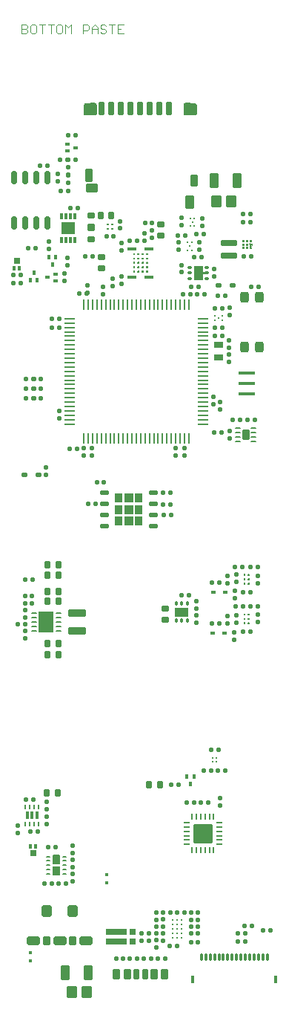
<source format=gbp>
G04*
G04 #@! TF.GenerationSoftware,Altium Limited,Altium Designer,21.9.2 (33)*
G04*
G04 Layer_Color=8421504*
%FSLAX25Y25*%
%MOIN*%
G70*
G04*
G04 #@! TF.SameCoordinates,38B2C1F3-0FCD-4184-AA18-E5AB633A714F*
G04*
G04*
G04 #@! TF.FilePolarity,Positive*
G04*
G01*
G75*
%ADD12C,0.00394*%
G04:AMPARAMS|DCode=15|XSize=31.5mil|YSize=27.56mil|CornerRadius=3.45mil|HoleSize=0mil|Usage=FLASHONLY|Rotation=270.000|XOffset=0mil|YOffset=0mil|HoleType=Round|Shape=RoundedRectangle|*
%AMROUNDEDRECTD15*
21,1,0.03150,0.02067,0,0,270.0*
21,1,0.02461,0.02756,0,0,270.0*
1,1,0.00689,-0.01034,-0.01230*
1,1,0.00689,-0.01034,0.01230*
1,1,0.00689,0.01034,0.01230*
1,1,0.00689,0.01034,-0.01230*
%
%ADD15ROUNDEDRECTD15*%
G04:AMPARAMS|DCode=16|XSize=20.47mil|YSize=20.47mil|CornerRadius=4.1mil|HoleSize=0mil|Usage=FLASHONLY|Rotation=90.000|XOffset=0mil|YOffset=0mil|HoleType=Round|Shape=RoundedRectangle|*
%AMROUNDEDRECTD16*
21,1,0.02047,0.01228,0,0,90.0*
21,1,0.01228,0.02047,0,0,90.0*
1,1,0.00819,0.00614,0.00614*
1,1,0.00819,0.00614,-0.00614*
1,1,0.00819,-0.00614,-0.00614*
1,1,0.00819,-0.00614,0.00614*
%
%ADD16ROUNDEDRECTD16*%
G04:AMPARAMS|DCode=17|XSize=20.47mil|YSize=20.47mil|CornerRadius=4.1mil|HoleSize=0mil|Usage=FLASHONLY|Rotation=0.000|XOffset=0mil|YOffset=0mil|HoleType=Round|Shape=RoundedRectangle|*
%AMROUNDEDRECTD17*
21,1,0.02047,0.01228,0,0,0.0*
21,1,0.01228,0.02047,0,0,0.0*
1,1,0.00819,0.00614,-0.00614*
1,1,0.00819,-0.00614,-0.00614*
1,1,0.00819,-0.00614,0.00614*
1,1,0.00819,0.00614,0.00614*
%
%ADD17ROUNDEDRECTD17*%
%ADD41C,0.00984*%
G04:AMPARAMS|DCode=42|XSize=11.81mil|YSize=15.75mil|CornerRadius=2.95mil|HoleSize=0mil|Usage=FLASHONLY|Rotation=180.000|XOffset=0mil|YOffset=0mil|HoleType=Round|Shape=RoundedRectangle|*
%AMROUNDEDRECTD42*
21,1,0.01181,0.00984,0,0,180.0*
21,1,0.00591,0.01575,0,0,180.0*
1,1,0.00591,-0.00295,0.00492*
1,1,0.00591,0.00295,0.00492*
1,1,0.00591,0.00295,-0.00492*
1,1,0.00591,-0.00295,-0.00492*
%
%ADD42ROUNDEDRECTD42*%
%ADD43C,0.00787*%
G04:AMPARAMS|DCode=44|XSize=43.31mil|YSize=15.75mil|CornerRadius=2.36mil|HoleSize=0mil|Usage=FLASHONLY|Rotation=180.000|XOffset=0mil|YOffset=0mil|HoleType=Round|Shape=RoundedRectangle|*
%AMROUNDEDRECTD44*
21,1,0.04331,0.01102,0,0,180.0*
21,1,0.03858,0.01575,0,0,180.0*
1,1,0.00472,-0.01929,0.00551*
1,1,0.00472,0.01929,0.00551*
1,1,0.00472,0.01929,-0.00551*
1,1,0.00472,-0.01929,-0.00551*
%
%ADD44ROUNDEDRECTD44*%
G04:AMPARAMS|DCode=45|XSize=23.62mil|YSize=61.02mil|CornerRadius=5.91mil|HoleSize=0mil|Usage=FLASHONLY|Rotation=0.000|XOffset=0mil|YOffset=0mil|HoleType=Round|Shape=RoundedRectangle|*
%AMROUNDEDRECTD45*
21,1,0.02362,0.04921,0,0,0.0*
21,1,0.01181,0.06102,0,0,0.0*
1,1,0.01181,0.00591,-0.02461*
1,1,0.01181,-0.00591,-0.02461*
1,1,0.01181,-0.00591,0.02461*
1,1,0.01181,0.00591,0.02461*
%
%ADD45ROUNDEDRECTD45*%
G04:AMPARAMS|DCode=46|XSize=33.47mil|YSize=29.53mil|CornerRadius=5.91mil|HoleSize=0mil|Usage=FLASHONLY|Rotation=90.000|XOffset=0mil|YOffset=0mil|HoleType=Round|Shape=RoundedRectangle|*
%AMROUNDEDRECTD46*
21,1,0.03347,0.01772,0,0,90.0*
21,1,0.02165,0.02953,0,0,90.0*
1,1,0.01181,0.00886,0.01083*
1,1,0.01181,0.00886,-0.01083*
1,1,0.01181,-0.00886,-0.01083*
1,1,0.01181,-0.00886,0.01083*
%
%ADD46ROUNDEDRECTD46*%
G04:AMPARAMS|DCode=47|XSize=11.81mil|YSize=17.72mil|CornerRadius=1.77mil|HoleSize=0mil|Usage=FLASHONLY|Rotation=90.000|XOffset=0mil|YOffset=0mil|HoleType=Round|Shape=RoundedRectangle|*
%AMROUNDEDRECTD47*
21,1,0.01181,0.01417,0,0,90.0*
21,1,0.00827,0.01772,0,0,90.0*
1,1,0.00354,0.00709,0.00413*
1,1,0.00354,0.00709,-0.00413*
1,1,0.00354,-0.00709,-0.00413*
1,1,0.00354,-0.00709,0.00413*
%
%ADD47ROUNDEDRECTD47*%
G04:AMPARAMS|DCode=48|XSize=9.84mil|YSize=49.21mil|CornerRadius=2.46mil|HoleSize=0mil|Usage=FLASHONLY|Rotation=90.000|XOffset=0mil|YOffset=0mil|HoleType=Round|Shape=RoundedRectangle|*
%AMROUNDEDRECTD48*
21,1,0.00984,0.04429,0,0,90.0*
21,1,0.00492,0.04921,0,0,90.0*
1,1,0.00492,0.02215,0.00246*
1,1,0.00492,0.02215,-0.00246*
1,1,0.00492,-0.02215,-0.00246*
1,1,0.00492,-0.02215,0.00246*
%
%ADD48ROUNDEDRECTD48*%
G04:AMPARAMS|DCode=49|XSize=9.84mil|YSize=49.21mil|CornerRadius=2.46mil|HoleSize=0mil|Usage=FLASHONLY|Rotation=180.000|XOffset=0mil|YOffset=0mil|HoleType=Round|Shape=RoundedRectangle|*
%AMROUNDEDRECTD49*
21,1,0.00984,0.04429,0,0,180.0*
21,1,0.00492,0.04921,0,0,180.0*
1,1,0.00492,-0.00246,0.02215*
1,1,0.00492,0.00246,0.02215*
1,1,0.00492,0.00246,-0.02215*
1,1,0.00492,-0.00246,-0.02215*
%
%ADD49ROUNDEDRECTD49*%
%ADD50C,0.00906*%
G04:AMPARAMS|DCode=51|XSize=27.56mil|YSize=57.09mil|CornerRadius=3.45mil|HoleSize=0mil|Usage=FLASHONLY|Rotation=0.000|XOffset=0mil|YOffset=0mil|HoleType=Round|Shape=RoundedRectangle|*
%AMROUNDEDRECTD51*
21,1,0.02756,0.05020,0,0,0.0*
21,1,0.02067,0.05709,0,0,0.0*
1,1,0.00689,0.01034,-0.02510*
1,1,0.00689,-0.01034,-0.02510*
1,1,0.00689,-0.01034,0.02510*
1,1,0.00689,0.01034,0.02510*
%
%ADD51ROUNDEDRECTD51*%
G04:AMPARAMS|DCode=52|XSize=39.37mil|YSize=31.5mil|CornerRadius=3.94mil|HoleSize=0mil|Usage=FLASHONLY|Rotation=0.000|XOffset=0mil|YOffset=0mil|HoleType=Round|Shape=RoundedRectangle|*
%AMROUNDEDRECTD52*
21,1,0.03937,0.02362,0,0,0.0*
21,1,0.03150,0.03150,0,0,0.0*
1,1,0.00787,0.01575,-0.01181*
1,1,0.00787,-0.01575,-0.01181*
1,1,0.00787,-0.01575,0.01181*
1,1,0.00787,0.01575,0.01181*
%
%ADD52ROUNDEDRECTD52*%
G04:AMPARAMS|DCode=53|XSize=27.56mil|YSize=59.06mil|CornerRadius=3.45mil|HoleSize=0mil|Usage=FLASHONLY|Rotation=0.000|XOffset=0mil|YOffset=0mil|HoleType=Round|Shape=RoundedRectangle|*
%AMROUNDEDRECTD53*
21,1,0.02756,0.05217,0,0,0.0*
21,1,0.02067,0.05906,0,0,0.0*
1,1,0.00689,0.01034,-0.02608*
1,1,0.00689,-0.01034,-0.02608*
1,1,0.00689,-0.01034,0.02608*
1,1,0.00689,0.01034,0.02608*
%
%ADD53ROUNDEDRECTD53*%
G04:AMPARAMS|DCode=54|XSize=31.5mil|YSize=55.12mil|CornerRadius=3.94mil|HoleSize=0mil|Usage=FLASHONLY|Rotation=0.000|XOffset=0mil|YOffset=0mil|HoleType=Round|Shape=RoundedRectangle|*
%AMROUNDEDRECTD54*
21,1,0.03150,0.04724,0,0,0.0*
21,1,0.02362,0.05512,0,0,0.0*
1,1,0.00787,0.01181,-0.02362*
1,1,0.00787,-0.01181,-0.02362*
1,1,0.00787,-0.01181,0.02362*
1,1,0.00787,0.01181,0.02362*
%
%ADD54ROUNDEDRECTD54*%
G04:AMPARAMS|DCode=55|XSize=55.12mil|YSize=39.37mil|CornerRadius=4.92mil|HoleSize=0mil|Usage=FLASHONLY|Rotation=0.000|XOffset=0mil|YOffset=0mil|HoleType=Round|Shape=RoundedRectangle|*
%AMROUNDEDRECTD55*
21,1,0.05512,0.02953,0,0,0.0*
21,1,0.04528,0.03937,0,0,0.0*
1,1,0.00984,0.02264,-0.01476*
1,1,0.00984,-0.02264,-0.01476*
1,1,0.00984,-0.02264,0.01476*
1,1,0.00984,0.02264,0.01476*
%
%ADD55ROUNDEDRECTD55*%
G04:AMPARAMS|DCode=56|XSize=31.5mil|YSize=59.06mil|CornerRadius=3.94mil|HoleSize=0mil|Usage=FLASHONLY|Rotation=0.000|XOffset=0mil|YOffset=0mil|HoleType=Round|Shape=RoundedRectangle|*
%AMROUNDEDRECTD56*
21,1,0.03150,0.05118,0,0,0.0*
21,1,0.02362,0.05906,0,0,0.0*
1,1,0.00787,0.01181,-0.02559*
1,1,0.00787,-0.01181,-0.02559*
1,1,0.00787,-0.01181,0.02559*
1,1,0.00787,0.01181,0.02559*
%
%ADD56ROUNDEDRECTD56*%
G04:AMPARAMS|DCode=57|XSize=39.37mil|YSize=61.02mil|CornerRadius=4.92mil|HoleSize=0mil|Usage=FLASHONLY|Rotation=180.000|XOffset=0mil|YOffset=0mil|HoleType=Round|Shape=RoundedRectangle|*
%AMROUNDEDRECTD57*
21,1,0.03937,0.05118,0,0,180.0*
21,1,0.02953,0.06102,0,0,180.0*
1,1,0.00984,-0.01476,0.02559*
1,1,0.00984,0.01476,0.02559*
1,1,0.00984,0.01476,-0.02559*
1,1,0.00984,-0.01476,-0.02559*
%
%ADD57ROUNDEDRECTD57*%
G04:AMPARAMS|DCode=58|XSize=33.47mil|YSize=29.53mil|CornerRadius=5.91mil|HoleSize=0mil|Usage=FLASHONLY|Rotation=180.000|XOffset=0mil|YOffset=0mil|HoleType=Round|Shape=RoundedRectangle|*
%AMROUNDEDRECTD58*
21,1,0.03347,0.01772,0,0,180.0*
21,1,0.02165,0.02953,0,0,180.0*
1,1,0.01181,-0.01083,0.00886*
1,1,0.01181,0.01083,0.00886*
1,1,0.01181,0.01083,-0.00886*
1,1,0.01181,-0.01083,-0.00886*
%
%ADD58ROUNDEDRECTD58*%
G04:AMPARAMS|DCode=59|XSize=15.75mil|YSize=21.65mil|CornerRadius=3.94mil|HoleSize=0mil|Usage=FLASHONLY|Rotation=270.000|XOffset=0mil|YOffset=0mil|HoleType=Round|Shape=RoundedRectangle|*
%AMROUNDEDRECTD59*
21,1,0.01575,0.01378,0,0,270.0*
21,1,0.00787,0.02165,0,0,270.0*
1,1,0.00787,-0.00689,-0.00394*
1,1,0.00787,-0.00689,0.00394*
1,1,0.00787,0.00689,0.00394*
1,1,0.00787,0.00689,-0.00394*
%
%ADD59ROUNDEDRECTD59*%
G04:AMPARAMS|DCode=60|XSize=11.81mil|YSize=29.53mil|CornerRadius=2.36mil|HoleSize=0mil|Usage=FLASHONLY|Rotation=0.000|XOffset=0mil|YOffset=0mil|HoleType=Round|Shape=RoundedRectangle|*
%AMROUNDEDRECTD60*
21,1,0.01181,0.02480,0,0,0.0*
21,1,0.00709,0.02953,0,0,0.0*
1,1,0.00472,0.00354,-0.01240*
1,1,0.00472,-0.00354,-0.01240*
1,1,0.00472,-0.00354,0.01240*
1,1,0.00472,0.00354,0.01240*
%
%ADD60ROUNDEDRECTD60*%
G04:AMPARAMS|DCode=61|XSize=62.99mil|YSize=55.12mil|CornerRadius=2.76mil|HoleSize=0mil|Usage=FLASHONLY|Rotation=0.000|XOffset=0mil|YOffset=0mil|HoleType=Round|Shape=RoundedRectangle|*
%AMROUNDEDRECTD61*
21,1,0.06299,0.04961,0,0,0.0*
21,1,0.05748,0.05512,0,0,0.0*
1,1,0.00551,0.02874,-0.02480*
1,1,0.00551,-0.02874,-0.02480*
1,1,0.00551,-0.02874,0.02480*
1,1,0.00551,0.02874,0.02480*
%
%ADD61ROUNDEDRECTD61*%
G04:AMPARAMS|DCode=62|XSize=66.93mil|YSize=43.31mil|CornerRadius=5.41mil|HoleSize=0mil|Usage=FLASHONLY|Rotation=270.000|XOffset=0mil|YOffset=0mil|HoleType=Round|Shape=RoundedRectangle|*
%AMROUNDEDRECTD62*
21,1,0.06693,0.03248,0,0,270.0*
21,1,0.05610,0.04331,0,0,270.0*
1,1,0.01083,-0.01624,-0.02805*
1,1,0.01083,-0.01624,0.02805*
1,1,0.01083,0.01624,0.02805*
1,1,0.01083,0.01624,-0.02805*
%
%ADD62ROUNDEDRECTD62*%
G04:AMPARAMS|DCode=63|XSize=70.87mil|YSize=27.56mil|CornerRadius=3.45mil|HoleSize=0mil|Usage=FLASHONLY|Rotation=0.000|XOffset=0mil|YOffset=0mil|HoleType=Round|Shape=RoundedRectangle|*
%AMROUNDEDRECTD63*
21,1,0.07087,0.02067,0,0,0.0*
21,1,0.06398,0.02756,0,0,0.0*
1,1,0.00689,0.03199,-0.01034*
1,1,0.00689,-0.03199,-0.01034*
1,1,0.00689,-0.03199,0.01034*
1,1,0.00689,0.03199,0.01034*
%
%ADD63ROUNDEDRECTD63*%
%ADD64C,0.00827*%
G04:AMPARAMS|DCode=65|XSize=27.56mil|YSize=45.28mil|CornerRadius=3.45mil|HoleSize=0mil|Usage=FLASHONLY|Rotation=180.000|XOffset=0mil|YOffset=0mil|HoleType=Round|Shape=RoundedRectangle|*
%AMROUNDEDRECTD65*
21,1,0.02756,0.03839,0,0,180.0*
21,1,0.02067,0.04528,0,0,180.0*
1,1,0.00689,-0.01034,0.01919*
1,1,0.00689,0.01034,0.01919*
1,1,0.00689,0.01034,-0.01919*
1,1,0.00689,-0.01034,-0.01919*
%
%ADD65ROUNDEDRECTD65*%
G04:AMPARAMS|DCode=66|XSize=35.43mil|YSize=45.28mil|CornerRadius=4.43mil|HoleSize=0mil|Usage=FLASHONLY|Rotation=180.000|XOffset=0mil|YOffset=0mil|HoleType=Round|Shape=RoundedRectangle|*
%AMROUNDEDRECTD66*
21,1,0.03543,0.03642,0,0,180.0*
21,1,0.02657,0.04528,0,0,180.0*
1,1,0.00886,-0.01329,0.01821*
1,1,0.00886,0.01329,0.01821*
1,1,0.00886,0.01329,-0.01821*
1,1,0.00886,-0.01329,-0.01821*
%
%ADD66ROUNDEDRECTD66*%
G04:AMPARAMS|DCode=67|XSize=31.5mil|YSize=45.28mil|CornerRadius=3.94mil|HoleSize=0mil|Usage=FLASHONLY|Rotation=180.000|XOffset=0mil|YOffset=0mil|HoleType=Round|Shape=RoundedRectangle|*
%AMROUNDEDRECTD67*
21,1,0.03150,0.03740,0,0,180.0*
21,1,0.02362,0.04528,0,0,180.0*
1,1,0.00787,-0.01181,0.01870*
1,1,0.00787,0.01181,0.01870*
1,1,0.00787,0.01181,-0.01870*
1,1,0.00787,-0.01181,-0.01870*
%
%ADD67ROUNDEDRECTD67*%
G04:AMPARAMS|DCode=68|XSize=27.56mil|YSize=25.59mil|CornerRadius=3.2mil|HoleSize=0mil|Usage=FLASHONLY|Rotation=180.000|XOffset=0mil|YOffset=0mil|HoleType=Round|Shape=RoundedRectangle|*
%AMROUNDEDRECTD68*
21,1,0.02756,0.01919,0,0,180.0*
21,1,0.02116,0.02559,0,0,180.0*
1,1,0.00640,-0.01058,0.00960*
1,1,0.00640,0.01058,0.00960*
1,1,0.00640,0.01058,-0.00960*
1,1,0.00640,-0.01058,-0.00960*
%
%ADD68ROUNDEDRECTD68*%
G04:AMPARAMS|DCode=69|XSize=94.49mil|YSize=25.59mil|CornerRadius=3.2mil|HoleSize=0mil|Usage=FLASHONLY|Rotation=180.000|XOffset=0mil|YOffset=0mil|HoleType=Round|Shape=RoundedRectangle|*
%AMROUNDEDRECTD69*
21,1,0.09449,0.01919,0,0,180.0*
21,1,0.08809,0.02559,0,0,180.0*
1,1,0.00640,-0.04405,0.00960*
1,1,0.00640,0.04405,0.00960*
1,1,0.00640,0.04405,-0.00960*
1,1,0.00640,-0.04405,-0.00960*
%
%ADD69ROUNDEDRECTD69*%
G04:AMPARAMS|DCode=70|XSize=55.12mil|YSize=47.24mil|CornerRadius=5.91mil|HoleSize=0mil|Usage=FLASHONLY|Rotation=90.000|XOffset=0mil|YOffset=0mil|HoleType=Round|Shape=RoundedRectangle|*
%AMROUNDEDRECTD70*
21,1,0.05512,0.03543,0,0,90.0*
21,1,0.04331,0.04724,0,0,90.0*
1,1,0.01181,0.01772,0.02165*
1,1,0.01181,0.01772,-0.02165*
1,1,0.01181,-0.01772,-0.02165*
1,1,0.01181,-0.01772,0.02165*
%
%ADD70ROUNDEDRECTD70*%
G04:AMPARAMS|DCode=71|XSize=11.81mil|YSize=17.72mil|CornerRadius=1.77mil|HoleSize=0mil|Usage=FLASHONLY|Rotation=180.000|XOffset=0mil|YOffset=0mil|HoleType=Round|Shape=RoundedRectangle|*
%AMROUNDEDRECTD71*
21,1,0.01181,0.01417,0,0,180.0*
21,1,0.00827,0.01772,0,0,180.0*
1,1,0.00354,-0.00413,0.00709*
1,1,0.00354,0.00413,0.00709*
1,1,0.00354,0.00413,-0.00709*
1,1,0.00354,-0.00413,-0.00709*
%
%ADD71ROUNDEDRECTD71*%
G04:AMPARAMS|DCode=72|XSize=62.99mil|YSize=39.37mil|CornerRadius=1.97mil|HoleSize=0mil|Usage=FLASHONLY|Rotation=180.000|XOffset=0mil|YOffset=0mil|HoleType=Round|Shape=RoundedRectangle|*
%AMROUNDEDRECTD72*
21,1,0.06299,0.03543,0,0,180.0*
21,1,0.05906,0.03937,0,0,180.0*
1,1,0.00394,-0.02953,0.01772*
1,1,0.00394,0.02953,0.01772*
1,1,0.00394,0.02953,-0.01772*
1,1,0.00394,-0.02953,-0.01772*
%
%ADD72ROUNDEDRECTD72*%
G04:AMPARAMS|DCode=73|XSize=19.68mil|YSize=23.62mil|CornerRadius=4.92mil|HoleSize=0mil|Usage=FLASHONLY|Rotation=90.000|XOffset=0mil|YOffset=0mil|HoleType=Round|Shape=RoundedRectangle|*
%AMROUNDEDRECTD73*
21,1,0.01968,0.01378,0,0,90.0*
21,1,0.00984,0.02362,0,0,90.0*
1,1,0.00984,0.00689,0.00492*
1,1,0.00984,0.00689,-0.00492*
1,1,0.00984,-0.00689,-0.00492*
1,1,0.00984,-0.00689,0.00492*
%
%ADD73ROUNDEDRECTD73*%
G04:AMPARAMS|DCode=74|XSize=15.75mil|YSize=21.65mil|CornerRadius=3.94mil|HoleSize=0mil|Usage=FLASHONLY|Rotation=180.000|XOffset=0mil|YOffset=0mil|HoleType=Round|Shape=RoundedRectangle|*
%AMROUNDEDRECTD74*
21,1,0.01575,0.01378,0,0,180.0*
21,1,0.00787,0.02165,0,0,180.0*
1,1,0.00787,-0.00394,0.00689*
1,1,0.00787,0.00394,0.00689*
1,1,0.00787,0.00394,-0.00689*
1,1,0.00787,-0.00394,-0.00689*
%
%ADD74ROUNDEDRECTD74*%
G04:AMPARAMS|DCode=75|XSize=15.75mil|YSize=18.9mil|CornerRadius=3.15mil|HoleSize=0mil|Usage=FLASHONLY|Rotation=0.000|XOffset=0mil|YOffset=0mil|HoleType=Round|Shape=RoundedRectangle|*
%AMROUNDEDRECTD75*
21,1,0.01575,0.01260,0,0,0.0*
21,1,0.00945,0.01890,0,0,0.0*
1,1,0.00630,0.00472,-0.00630*
1,1,0.00630,-0.00472,-0.00630*
1,1,0.00630,-0.00472,0.00630*
1,1,0.00630,0.00472,0.00630*
%
%ADD75ROUNDEDRECTD75*%
G04:AMPARAMS|DCode=76|XSize=29.53mil|YSize=29.53mil|CornerRadius=1.77mil|HoleSize=0mil|Usage=FLASHONLY|Rotation=90.000|XOffset=0mil|YOffset=0mil|HoleType=Round|Shape=RoundedRectangle|*
%AMROUNDEDRECTD76*
21,1,0.02953,0.02598,0,0,90.0*
21,1,0.02598,0.02953,0,0,90.0*
1,1,0.00354,0.01299,0.01299*
1,1,0.00354,0.01299,-0.01299*
1,1,0.00354,-0.01299,-0.01299*
1,1,0.00354,-0.01299,0.01299*
%
%ADD76ROUNDEDRECTD76*%
G04:AMPARAMS|DCode=77|XSize=9.84mil|YSize=19.68mil|CornerRadius=2.46mil|HoleSize=0mil|Usage=FLASHONLY|Rotation=90.000|XOffset=0mil|YOffset=0mil|HoleType=Round|Shape=RoundedRectangle|*
%AMROUNDEDRECTD77*
21,1,0.00984,0.01476,0,0,90.0*
21,1,0.00492,0.01968,0,0,90.0*
1,1,0.00492,0.00738,0.00246*
1,1,0.00492,0.00738,-0.00246*
1,1,0.00492,-0.00738,-0.00246*
1,1,0.00492,-0.00738,0.00246*
%
%ADD77ROUNDEDRECTD77*%
G04:AMPARAMS|DCode=78|XSize=47.24mil|YSize=39.37mil|CornerRadius=9.84mil|HoleSize=0mil|Usage=FLASHONLY|Rotation=270.000|XOffset=0mil|YOffset=0mil|HoleType=Round|Shape=RoundedRectangle|*
%AMROUNDEDRECTD78*
21,1,0.04724,0.01968,0,0,270.0*
21,1,0.02756,0.03937,0,0,270.0*
1,1,0.01968,-0.00984,-0.01378*
1,1,0.01968,-0.00984,0.01378*
1,1,0.01968,0.00984,0.01378*
1,1,0.01968,0.00984,-0.01378*
%
%ADD78ROUNDEDRECTD78*%
G04:AMPARAMS|DCode=79|XSize=9.84mil|YSize=19.68mil|CornerRadius=1.97mil|HoleSize=0mil|Usage=FLASHONLY|Rotation=0.000|XOffset=0mil|YOffset=0mil|HoleType=Round|Shape=RoundedRectangle|*
%AMROUNDEDRECTD79*
21,1,0.00984,0.01575,0,0,0.0*
21,1,0.00591,0.01968,0,0,0.0*
1,1,0.00394,0.00295,-0.00787*
1,1,0.00394,-0.00295,-0.00787*
1,1,0.00394,-0.00295,0.00787*
1,1,0.00394,0.00295,0.00787*
%
%ADD79ROUNDEDRECTD79*%
G04:AMPARAMS|DCode=80|XSize=9.84mil|YSize=25.59mil|CornerRadius=2.46mil|HoleSize=0mil|Usage=FLASHONLY|Rotation=90.000|XOffset=0mil|YOffset=0mil|HoleType=Round|Shape=RoundedRectangle|*
%AMROUNDEDRECTD80*
21,1,0.00984,0.02067,0,0,90.0*
21,1,0.00492,0.02559,0,0,90.0*
1,1,0.00492,0.01034,0.00246*
1,1,0.00492,0.01034,-0.00246*
1,1,0.00492,-0.01034,-0.00246*
1,1,0.00492,-0.01034,0.00246*
%
%ADD80ROUNDEDRECTD80*%
G04:AMPARAMS|DCode=81|XSize=15.75mil|YSize=74.8mil|CornerRadius=3.94mil|HoleSize=0mil|Usage=FLASHONLY|Rotation=270.000|XOffset=0mil|YOffset=0mil|HoleType=Round|Shape=RoundedRectangle|*
%AMROUNDEDRECTD81*
21,1,0.01575,0.06693,0,0,270.0*
21,1,0.00787,0.07480,0,0,270.0*
1,1,0.00787,-0.03347,-0.00394*
1,1,0.00787,-0.03347,0.00394*
1,1,0.00787,0.03347,0.00394*
1,1,0.00787,0.03347,-0.00394*
%
%ADD81ROUNDEDRECTD81*%
G04:AMPARAMS|DCode=82|XSize=47.24mil|YSize=31.1mil|CornerRadius=3.11mil|HoleSize=0mil|Usage=FLASHONLY|Rotation=90.000|XOffset=0mil|YOffset=0mil|HoleType=Round|Shape=RoundedRectangle|*
%AMROUNDEDRECTD82*
21,1,0.04724,0.02488,0,0,90.0*
21,1,0.04102,0.03110,0,0,90.0*
1,1,0.00622,0.01244,0.02051*
1,1,0.00622,0.01244,-0.02051*
1,1,0.00622,-0.01244,-0.02051*
1,1,0.00622,-0.01244,0.02051*
%
%ADD82ROUNDEDRECTD82*%
G04:AMPARAMS|DCode=83|XSize=11.81mil|YSize=31.5mil|CornerRadius=1.48mil|HoleSize=0mil|Usage=FLASHONLY|Rotation=180.000|XOffset=0mil|YOffset=0mil|HoleType=Round|Shape=RoundedRectangle|*
%AMROUNDEDRECTD83*
21,1,0.01181,0.02854,0,0,180.0*
21,1,0.00886,0.03150,0,0,180.0*
1,1,0.00295,-0.00443,0.01427*
1,1,0.00295,0.00443,0.01427*
1,1,0.00295,0.00443,-0.01427*
1,1,0.00295,-0.00443,-0.01427*
%
%ADD83ROUNDEDRECTD83*%
G04:AMPARAMS|DCode=84|XSize=15.75mil|YSize=31.5mil|CornerRadius=1.97mil|HoleSize=0mil|Usage=FLASHONLY|Rotation=180.000|XOffset=0mil|YOffset=0mil|HoleType=Round|Shape=RoundedRectangle|*
%AMROUNDEDRECTD84*
21,1,0.01575,0.02756,0,0,180.0*
21,1,0.01181,0.03150,0,0,180.0*
1,1,0.00394,-0.00591,0.01378*
1,1,0.00394,0.00591,0.01378*
1,1,0.00394,0.00591,-0.01378*
1,1,0.00394,-0.00591,-0.01378*
%
%ADD84ROUNDEDRECTD84*%
G04:AMPARAMS|DCode=85|XSize=17.72mil|YSize=37.4mil|CornerRadius=2.22mil|HoleSize=0mil|Usage=FLASHONLY|Rotation=90.000|XOffset=0mil|YOffset=0mil|HoleType=Round|Shape=RoundedRectangle|*
%AMROUNDEDRECTD85*
21,1,0.01772,0.03297,0,0,90.0*
21,1,0.01329,0.03740,0,0,90.0*
1,1,0.00443,0.01649,0.00664*
1,1,0.00443,0.01649,-0.00664*
1,1,0.00443,-0.01649,-0.00664*
1,1,0.00443,-0.01649,0.00664*
%
%ADD85ROUNDEDRECTD85*%
G04:AMPARAMS|DCode=86|XSize=86.61mil|YSize=86.61mil|CornerRadius=4.33mil|HoleSize=0mil|Usage=FLASHONLY|Rotation=180.000|XOffset=0mil|YOffset=0mil|HoleType=Round|Shape=RoundedRectangle|*
%AMROUNDEDRECTD86*
21,1,0.08661,0.07795,0,0,180.0*
21,1,0.07795,0.08661,0,0,180.0*
1,1,0.00866,-0.03898,0.03898*
1,1,0.00866,0.03898,0.03898*
1,1,0.00866,0.03898,-0.03898*
1,1,0.00866,-0.03898,-0.03898*
%
%ADD86ROUNDEDRECTD86*%
G04:AMPARAMS|DCode=87|XSize=9.84mil|YSize=29.53mil|CornerRadius=2.46mil|HoleSize=0mil|Usage=FLASHONLY|Rotation=180.000|XOffset=0mil|YOffset=0mil|HoleType=Round|Shape=RoundedRectangle|*
%AMROUNDEDRECTD87*
21,1,0.00984,0.02461,0,0,180.0*
21,1,0.00492,0.02953,0,0,180.0*
1,1,0.00492,-0.00246,0.01230*
1,1,0.00492,0.00246,0.01230*
1,1,0.00492,0.00246,-0.01230*
1,1,0.00492,-0.00246,-0.01230*
%
%ADD87ROUNDEDRECTD87*%
G04:AMPARAMS|DCode=89|XSize=96.46mil|YSize=66.93mil|CornerRadius=3.35mil|HoleSize=0mil|Usage=FLASHONLY|Rotation=90.000|XOffset=0mil|YOffset=0mil|HoleType=Round|Shape=RoundedRectangle|*
%AMROUNDEDRECTD89*
21,1,0.09646,0.06024,0,0,90.0*
21,1,0.08976,0.06693,0,0,90.0*
1,1,0.00669,0.03012,0.04488*
1,1,0.00669,0.03012,-0.04488*
1,1,0.00669,-0.03012,-0.04488*
1,1,0.00669,-0.03012,0.04488*
%
%ADD89ROUNDEDRECTD89*%
G04:AMPARAMS|DCode=90|XSize=9.84mil|YSize=27.56mil|CornerRadius=2.46mil|HoleSize=0mil|Usage=FLASHONLY|Rotation=90.000|XOffset=0mil|YOffset=0mil|HoleType=Round|Shape=RoundedRectangle|*
%AMROUNDEDRECTD90*
21,1,0.00984,0.02264,0,0,90.0*
21,1,0.00492,0.02756,0,0,90.0*
1,1,0.00492,0.01132,0.00246*
1,1,0.00492,0.01132,-0.00246*
1,1,0.00492,-0.01132,-0.00246*
1,1,0.00492,-0.01132,0.00246*
%
%ADD90ROUNDEDRECTD90*%
G04:AMPARAMS|DCode=93|XSize=78.74mil|YSize=31.5mil|CornerRadius=3.94mil|HoleSize=0mil|Usage=FLASHONLY|Rotation=0.000|XOffset=0mil|YOffset=0mil|HoleType=Round|Shape=RoundedRectangle|*
%AMROUNDEDRECTD93*
21,1,0.07874,0.02362,0,0,0.0*
21,1,0.07087,0.03150,0,0,0.0*
1,1,0.00787,0.03543,-0.01181*
1,1,0.00787,-0.03543,-0.01181*
1,1,0.00787,-0.03543,0.01181*
1,1,0.00787,0.03543,0.01181*
%
%ADD93ROUNDEDRECTD93*%
G04:AMPARAMS|DCode=94|XSize=49.21mil|YSize=53.15mil|CornerRadius=12.3mil|HoleSize=0mil|Usage=FLASHONLY|Rotation=0.000|XOffset=0mil|YOffset=0mil|HoleType=Round|Shape=RoundedRectangle|*
%AMROUNDEDRECTD94*
21,1,0.04921,0.02854,0,0,0.0*
21,1,0.02461,0.05315,0,0,0.0*
1,1,0.02461,0.01230,-0.01427*
1,1,0.02461,-0.01230,-0.01427*
1,1,0.02461,-0.01230,0.01427*
1,1,0.02461,0.01230,0.01427*
%
%ADD94ROUNDEDRECTD94*%
G04:AMPARAMS|DCode=95|XSize=59.06mil|YSize=39.37mil|CornerRadius=9.84mil|HoleSize=0mil|Usage=FLASHONLY|Rotation=180.000|XOffset=0mil|YOffset=0mil|HoleType=Round|Shape=RoundedRectangle|*
%AMROUNDEDRECTD95*
21,1,0.05906,0.01968,0,0,180.0*
21,1,0.03937,0.03937,0,0,180.0*
1,1,0.01968,-0.01968,0.00984*
1,1,0.01968,0.01968,0.00984*
1,1,0.01968,0.01968,-0.00984*
1,1,0.01968,-0.01968,-0.00984*
%
%ADD95ROUNDEDRECTD95*%
G04:AMPARAMS|DCode=96|XSize=35.43mil|YSize=39.37mil|CornerRadius=8.86mil|HoleSize=0mil|Usage=FLASHONLY|Rotation=180.000|XOffset=0mil|YOffset=0mil|HoleType=Round|Shape=RoundedRectangle|*
%AMROUNDEDRECTD96*
21,1,0.03543,0.02165,0,0,180.0*
21,1,0.01772,0.03937,0,0,180.0*
1,1,0.01772,-0.00886,0.01083*
1,1,0.01772,0.00886,0.01083*
1,1,0.01772,0.00886,-0.01083*
1,1,0.01772,-0.00886,-0.01083*
%
%ADD96ROUNDEDRECTD96*%
G04:AMPARAMS|DCode=97|XSize=9.84mil|YSize=29.53mil|CornerRadius=2.46mil|HoleSize=0mil|Usage=FLASHONLY|Rotation=90.000|XOffset=0mil|YOffset=0mil|HoleType=Round|Shape=RoundedRectangle|*
%AMROUNDEDRECTD97*
21,1,0.00984,0.02461,0,0,90.0*
21,1,0.00492,0.02953,0,0,90.0*
1,1,0.00492,0.01230,0.00246*
1,1,0.00492,0.01230,-0.00246*
1,1,0.00492,-0.01230,-0.00246*
1,1,0.00492,-0.01230,0.00246*
%
%ADD97ROUNDEDRECTD97*%
G04:AMPARAMS|DCode=98|XSize=23.62mil|YSize=43.31mil|CornerRadius=2.95mil|HoleSize=0mil|Usage=FLASHONLY|Rotation=90.000|XOffset=0mil|YOffset=0mil|HoleType=Round|Shape=RoundedRectangle|*
%AMROUNDEDRECTD98*
21,1,0.02362,0.03740,0,0,90.0*
21,1,0.01772,0.04331,0,0,90.0*
1,1,0.00591,0.01870,0.00886*
1,1,0.00591,0.01870,-0.00886*
1,1,0.00591,-0.01870,-0.00886*
1,1,0.00591,-0.01870,0.00886*
%
%ADD98ROUNDEDRECTD98*%
%ADD158C,0.00003*%
%ADD159R,0.01378X0.03386*%
%ADD160R,0.03543X0.04449*%
%ADD161R,0.03937X0.04449*%
%ADD162C,0.00787*%
G36*
X863469Y1021508D02*
X863716Y1021287D01*
X863853Y1020985D01*
X863855Y1020819D01*
X863855Y1016850D01*
X863855D01*
X863856Y1016693D01*
X863739Y1016403D01*
X863520Y1016180D01*
X863232Y1016057D01*
X863075Y1016055D01*
X858744Y1016055D01*
X858744Y1016055D01*
X858587Y1016054D01*
X858297Y1016171D01*
X858073Y1016390D01*
X857951Y1016678D01*
X857949Y1016835D01*
X857949Y1020410D01*
X857942Y1020560D01*
X858043Y1020843D01*
X858244Y1021065D01*
X858515Y1021194D01*
X858665Y1021201D01*
X862989Y1021595D01*
X862989Y1021594D01*
X863154Y1021611D01*
X863469Y1021508D01*
D02*
G37*
G36*
X903893Y1021595D02*
X908217Y1021201D01*
X908217Y1021201D01*
X908367Y1021194D01*
X908638Y1021065D01*
X908840Y1020843D01*
X908941Y1020560D01*
X908933Y1020410D01*
X908933Y1016835D01*
X908933D01*
X908932Y1016678D01*
X908809Y1016390D01*
X908585Y1016171D01*
X908295Y1016054D01*
X908139Y1016055D01*
X903807D01*
X903807Y1016055D01*
X903650Y1016057D01*
X903363Y1016180D01*
X903143Y1016403D01*
X903026Y1016693D01*
X903028Y1016850D01*
X903028Y1020819D01*
X903030Y1020985D01*
X903166Y1021287D01*
X903413Y1021508D01*
X903728Y1021611D01*
X903893Y1021595D01*
D02*
G37*
G36*
X871171Y967443D02*
X871226Y967387D01*
X871256Y967315D01*
Y967276D01*
X871256Y966843D01*
Y966804D01*
X871226Y966731D01*
X871171Y966676D01*
X871098Y966646D01*
X870626D01*
X870587Y966646D01*
X870515Y966676D01*
X870459Y966731D01*
X870429Y966804D01*
Y966843D01*
X870429D01*
Y967276D01*
Y967315D01*
X870459Y967387D01*
X870515Y967443D01*
X870587Y967473D01*
X870626D01*
Y967473D01*
X871098D01*
X871171Y967443D01*
D02*
G37*
G36*
X869202D02*
X869258Y967387D01*
X869288Y967315D01*
Y967276D01*
X869288Y966843D01*
Y966804D01*
X869258Y966731D01*
X869202Y966676D01*
X869130Y966646D01*
X868658D01*
X868618Y966646D01*
X868546Y966676D01*
X868491Y966731D01*
X868461Y966804D01*
Y966843D01*
X868461D01*
Y967276D01*
Y967315D01*
X868491Y967387D01*
X868546Y967443D01*
X868618Y967473D01*
X868658D01*
Y967473D01*
X869130D01*
X869202Y967443D01*
D02*
G37*
G36*
X871171Y965474D02*
X871226Y965419D01*
X871256Y965347D01*
Y965307D01*
X871256Y964874D01*
Y964835D01*
X871226Y964763D01*
X871171Y964707D01*
X871098Y964678D01*
X870626D01*
X870587Y964678D01*
X870515Y964707D01*
X870459Y964763D01*
X870429Y964835D01*
Y964874D01*
X870429D01*
Y965307D01*
Y965347D01*
X870459Y965419D01*
X870515Y965474D01*
X870587Y965504D01*
X870626D01*
Y965504D01*
X871098D01*
X871171Y965474D01*
D02*
G37*
G36*
X869202D02*
X869258Y965419D01*
X869288Y965347D01*
Y965307D01*
X869288Y964874D01*
Y964835D01*
X869258Y964763D01*
X869202Y964707D01*
X869130Y964678D01*
X868658D01*
X868618Y964678D01*
X868546Y964707D01*
X868491Y964763D01*
X868461Y964835D01*
Y964874D01*
X868461D01*
Y965307D01*
Y965347D01*
X868491Y965419D01*
X868546Y965474D01*
X868618Y965504D01*
X868658D01*
Y965504D01*
X869130D01*
X869202Y965474D01*
D02*
G37*
G36*
X933454Y960041D02*
X933510Y959986D01*
X933540Y959914D01*
X933540Y959874D01*
X933540Y959284D01*
X933540D01*
X933540Y959245D01*
X933510Y959172D01*
X933454Y959117D01*
X933382Y959087D01*
X933343Y959087D01*
X932752Y959087D01*
Y959087D01*
X932713Y959087D01*
X932641Y959117D01*
X932585Y959172D01*
X932555Y959245D01*
X932555Y959284D01*
X932555Y959874D01*
X932555D01*
X932555Y959914D01*
X932585Y959986D01*
X932641Y960041D01*
X932713Y960071D01*
X932752Y960071D01*
X933343Y960071D01*
Y960071D01*
X933382Y960071D01*
X933454Y960041D01*
D02*
G37*
G36*
X931879D02*
X931935Y959986D01*
X931965Y959914D01*
X931965Y959874D01*
X931965Y959284D01*
X931965D01*
X931965Y959245D01*
X931935Y959172D01*
X931879Y959117D01*
X931807Y959087D01*
X931768Y959087D01*
X931177Y959087D01*
Y959087D01*
X931138Y959087D01*
X931066Y959117D01*
X931011Y959172D01*
X930980Y959245D01*
X930981Y959284D01*
X930980Y959874D01*
X930981D01*
X930980Y959914D01*
X931011Y959986D01*
X931066Y960041D01*
X931138Y960071D01*
X931177Y960071D01*
X931768Y960071D01*
Y960071D01*
X931807Y960071D01*
X931879Y960041D01*
D02*
G37*
G36*
X930305D02*
X930360Y959986D01*
X930390Y959914D01*
X930390Y959874D01*
X930390Y959284D01*
X930390D01*
X930390Y959245D01*
X930360Y959172D01*
X930305Y959117D01*
X930232Y959087D01*
X930193Y959087D01*
X929603Y959087D01*
Y959087D01*
X929563Y959087D01*
X929491Y959117D01*
X929436Y959172D01*
X929406Y959245D01*
X929406Y959284D01*
X929406Y959874D01*
X929406D01*
X929406Y959914D01*
X929436Y959986D01*
X929491Y960041D01*
X929563Y960071D01*
X929603Y960071D01*
X930193Y960071D01*
Y960071D01*
X930232Y960071D01*
X930305Y960041D01*
D02*
G37*
G36*
X933454Y958466D02*
X933510Y958411D01*
X933540Y958339D01*
X933540Y958300D01*
X933540Y957709D01*
X933540D01*
X933540Y957670D01*
X933510Y957598D01*
X933454Y957542D01*
X933382Y957512D01*
X933343Y957512D01*
X932752Y957512D01*
Y957512D01*
X932713Y957512D01*
X932641Y957542D01*
X932585Y957598D01*
X932555Y957670D01*
X932555Y957709D01*
X932555Y958300D01*
X932555D01*
X932555Y958339D01*
X932585Y958411D01*
X932641Y958466D01*
X932713Y958496D01*
X932752Y958496D01*
X933343Y958496D01*
Y958496D01*
X933382Y958496D01*
X933454Y958466D01*
D02*
G37*
G36*
X931879D02*
X931935Y958411D01*
X931965Y958339D01*
X931965Y958300D01*
X931965Y957709D01*
X931965D01*
X931965Y957670D01*
X931935Y957598D01*
X931879Y957542D01*
X931807Y957512D01*
X931768Y957512D01*
X931177Y957512D01*
Y957512D01*
X931138Y957512D01*
X931066Y957542D01*
X931011Y957598D01*
X930980Y957670D01*
X930981Y957709D01*
X930980Y958300D01*
X930981D01*
X930980Y958339D01*
X931011Y958411D01*
X931066Y958466D01*
X931138Y958496D01*
X931177Y958496D01*
X931768Y958496D01*
Y958496D01*
X931807Y958496D01*
X931879Y958466D01*
D02*
G37*
G36*
X930305D02*
X930360Y958411D01*
X930390Y958339D01*
X930390Y958300D01*
X930390Y957709D01*
X930390D01*
X930390Y957670D01*
X930360Y957598D01*
X930305Y957542D01*
X930232Y957512D01*
X930193Y957512D01*
X929603Y957512D01*
Y957512D01*
X929563Y957512D01*
X929491Y957542D01*
X929436Y957598D01*
X929406Y957670D01*
X929406Y957709D01*
X929406Y958300D01*
X929406D01*
X929406Y958339D01*
X929436Y958411D01*
X929491Y958466D01*
X929563Y958496D01*
X929603Y958496D01*
X930193Y958496D01*
Y958496D01*
X930232Y958496D01*
X930305Y958466D01*
D02*
G37*
G36*
X933454Y956892D02*
X933510Y956836D01*
X933540Y956764D01*
X933540Y956725D01*
X933540Y956134D01*
X933540D01*
X933540Y956095D01*
X933510Y956023D01*
X933454Y955967D01*
X933382Y955937D01*
X933343Y955937D01*
X932752Y955937D01*
Y955937D01*
X932713Y955937D01*
X932641Y955967D01*
X932585Y956023D01*
X932555Y956095D01*
X932555Y956134D01*
X932555Y956725D01*
X932555D01*
X932555Y956764D01*
X932585Y956836D01*
X932641Y956892D01*
X932713Y956922D01*
X932752Y956922D01*
X933343Y956922D01*
Y956922D01*
X933382Y956922D01*
X933454Y956892D01*
D02*
G37*
G36*
X931879D02*
X931935Y956836D01*
X931965Y956764D01*
X931965Y956725D01*
X931965Y956134D01*
X931965D01*
X931965Y956095D01*
X931935Y956023D01*
X931879Y955967D01*
X931807Y955937D01*
X931768Y955937D01*
X931177Y955937D01*
Y955937D01*
X931138Y955937D01*
X931066Y955967D01*
X931011Y956023D01*
X930980Y956095D01*
X930981Y956134D01*
X930980Y956725D01*
X930981D01*
X930980Y956764D01*
X931011Y956836D01*
X931066Y956892D01*
X931138Y956922D01*
X931177Y956922D01*
X931768Y956922D01*
Y956922D01*
X931807Y956922D01*
X931879Y956892D01*
D02*
G37*
G36*
X930305D02*
X930360Y956836D01*
X930390Y956764D01*
X930390Y956725D01*
X930390Y956134D01*
X930390D01*
X930390Y956095D01*
X930360Y956023D01*
X930305Y955967D01*
X930232Y955937D01*
X930193Y955937D01*
X929603Y955937D01*
Y955937D01*
X929563Y955937D01*
X929491Y955967D01*
X929436Y956023D01*
X929406Y956095D01*
X929406Y956134D01*
X929406Y956725D01*
X929406D01*
X929406Y956764D01*
X929436Y956836D01*
X929491Y956892D01*
X929563Y956922D01*
X929603Y956922D01*
X930193Y956922D01*
Y956922D01*
X930232Y956922D01*
X930305Y956892D01*
D02*
G37*
G36*
X886859Y954111D02*
X886887Y954084D01*
X886902Y954047D01*
Y954028D01*
Y953437D01*
Y953418D01*
X886887Y953381D01*
X886859Y953354D01*
X886823Y953339D01*
X886193D01*
X886157Y953354D01*
X886129Y953381D01*
X886114Y953418D01*
Y953437D01*
Y954028D01*
Y954047D01*
X886129Y954084D01*
X886157Y954111D01*
X886193Y954126D01*
X886823D01*
X886859Y954111D01*
D02*
G37*
G36*
X884891D02*
X884918Y954084D01*
X884933Y954047D01*
Y954028D01*
Y953437D01*
Y953418D01*
X884918Y953381D01*
X884891Y953354D01*
X884854Y953339D01*
X884225D01*
X884189Y953354D01*
X884161Y953381D01*
X884146Y953418D01*
Y953437D01*
Y954028D01*
Y954047D01*
X884161Y954084D01*
X884189Y954111D01*
X884225Y954126D01*
X884854D01*
X884891Y954111D01*
D02*
G37*
G36*
X882922D02*
X882950Y954084D01*
X882965Y954047D01*
Y954028D01*
Y953437D01*
Y953418D01*
X882950Y953381D01*
X882922Y953354D01*
X882886Y953339D01*
X882256D01*
X882220Y953354D01*
X882192Y953381D01*
X882177Y953418D01*
Y953437D01*
Y954028D01*
Y954047D01*
X882192Y954084D01*
X882220Y954111D01*
X882256Y954126D01*
X882886D01*
X882922Y954111D01*
D02*
G37*
G36*
X880954D02*
X880981Y954084D01*
X880996Y954047D01*
Y954028D01*
Y953437D01*
Y953418D01*
X880981Y953381D01*
X880954Y953354D01*
X880917Y953339D01*
X880288D01*
X880252Y953354D01*
X880224Y953381D01*
X880209Y953418D01*
Y953437D01*
Y954028D01*
Y954047D01*
X880224Y954084D01*
X880252Y954111D01*
X880288Y954126D01*
X880917D01*
X880954Y954111D01*
D02*
G37*
G36*
X886859Y952143D02*
X886887Y952115D01*
X886902Y952079D01*
Y952059D01*
Y951469D01*
Y951449D01*
X886887Y951413D01*
X886859Y951385D01*
X886823Y951370D01*
X886193D01*
X886157Y951385D01*
X886129Y951413D01*
X886114Y951449D01*
Y951469D01*
Y952059D01*
Y952079D01*
X886129Y952115D01*
X886157Y952143D01*
X886193Y952158D01*
X886823D01*
X886859Y952143D01*
D02*
G37*
G36*
X884891D02*
X884918Y952115D01*
X884933Y952079D01*
Y952059D01*
Y951469D01*
Y951449D01*
X884918Y951413D01*
X884891Y951385D01*
X884854Y951370D01*
X884225D01*
X884189Y951385D01*
X884161Y951413D01*
X884146Y951449D01*
Y951469D01*
Y952059D01*
Y952079D01*
X884161Y952115D01*
X884189Y952143D01*
X884225Y952158D01*
X884854D01*
X884891Y952143D01*
D02*
G37*
G36*
X882922D02*
X882950Y952115D01*
X882965Y952079D01*
Y952059D01*
Y951469D01*
Y951449D01*
X882950Y951413D01*
X882922Y951385D01*
X882886Y951370D01*
X882256D01*
X882220Y951385D01*
X882192Y951413D01*
X882177Y951449D01*
Y951469D01*
Y952059D01*
Y952079D01*
X882192Y952115D01*
X882220Y952143D01*
X882256Y952158D01*
X882886D01*
X882922Y952143D01*
D02*
G37*
G36*
X880954D02*
X880981Y952115D01*
X880996Y952079D01*
Y952059D01*
Y951469D01*
Y951449D01*
X880981Y951413D01*
X880954Y951385D01*
X880917Y951370D01*
X880288D01*
X880252Y951385D01*
X880224Y951413D01*
X880209Y951449D01*
Y951469D01*
Y952059D01*
Y952079D01*
X880224Y952115D01*
X880252Y952143D01*
X880288Y952158D01*
X880917D01*
X880954Y952143D01*
D02*
G37*
G36*
X886859Y950174D02*
X886887Y950146D01*
X886902Y950110D01*
Y950091D01*
Y949500D01*
Y949481D01*
X886887Y949444D01*
X886859Y949417D01*
X886823Y949402D01*
X886193D01*
X886157Y949417D01*
X886129Y949444D01*
X886114Y949481D01*
Y949500D01*
Y950091D01*
Y950110D01*
X886129Y950146D01*
X886157Y950174D01*
X886193Y950189D01*
X886823D01*
X886859Y950174D01*
D02*
G37*
G36*
X884891D02*
X884918Y950146D01*
X884933Y950110D01*
Y950091D01*
Y949500D01*
Y949481D01*
X884918Y949444D01*
X884891Y949417D01*
X884854Y949402D01*
X884225D01*
X884189Y949417D01*
X884161Y949444D01*
X884146Y949481D01*
Y949500D01*
Y950091D01*
Y950110D01*
X884161Y950146D01*
X884189Y950174D01*
X884225Y950189D01*
X884854D01*
X884891Y950174D01*
D02*
G37*
G36*
X882922D02*
X882950Y950146D01*
X882965Y950110D01*
Y950091D01*
Y949500D01*
Y949481D01*
X882950Y949444D01*
X882922Y949417D01*
X882886Y949402D01*
X882256D01*
X882220Y949417D01*
X882192Y949444D01*
X882177Y949481D01*
Y949500D01*
Y950091D01*
Y950110D01*
X882192Y950146D01*
X882220Y950174D01*
X882256Y950189D01*
X882886D01*
X882922Y950174D01*
D02*
G37*
G36*
X880954D02*
X880981Y950146D01*
X880996Y950110D01*
Y950091D01*
Y949500D01*
Y949481D01*
X880981Y949444D01*
X880954Y949417D01*
X880917Y949402D01*
X880288D01*
X880252Y949417D01*
X880224Y949444D01*
X880209Y949481D01*
Y949500D01*
Y950091D01*
Y950110D01*
X880224Y950146D01*
X880252Y950174D01*
X880288Y950189D01*
X880917D01*
X880954Y950174D01*
D02*
G37*
G36*
X886859Y948206D02*
X886887Y948178D01*
X886902Y948142D01*
Y948122D01*
Y947532D01*
Y947512D01*
X886887Y947476D01*
X886859Y947448D01*
X886823Y947433D01*
X886193D01*
X886157Y947448D01*
X886129Y947476D01*
X886114Y947512D01*
Y947532D01*
Y948122D01*
Y948142D01*
X886129Y948178D01*
X886157Y948206D01*
X886193Y948221D01*
X886823D01*
X886859Y948206D01*
D02*
G37*
G36*
X884891D02*
X884918Y948178D01*
X884933Y948142D01*
Y948122D01*
Y947532D01*
Y947512D01*
X884918Y947476D01*
X884891Y947448D01*
X884854Y947433D01*
X884225D01*
X884189Y947448D01*
X884161Y947476D01*
X884146Y947512D01*
Y947532D01*
Y948122D01*
Y948142D01*
X884161Y948178D01*
X884189Y948206D01*
X884225Y948221D01*
X884854D01*
X884891Y948206D01*
D02*
G37*
G36*
X882922D02*
X882950Y948178D01*
X882965Y948142D01*
Y948122D01*
Y947532D01*
Y947512D01*
X882950Y947476D01*
X882922Y947448D01*
X882886Y947433D01*
X882256D01*
X882220Y947448D01*
X882192Y947476D01*
X882177Y947512D01*
Y947532D01*
Y948122D01*
Y948142D01*
X882192Y948178D01*
X882220Y948206D01*
X882256Y948221D01*
X882886D01*
X882922Y948206D01*
D02*
G37*
G36*
X880954D02*
X880981Y948178D01*
X880996Y948142D01*
Y948122D01*
Y947532D01*
Y947512D01*
X880981Y947476D01*
X880954Y947448D01*
X880917Y947433D01*
X880288D01*
X880252Y947448D01*
X880224Y947476D01*
X880209Y947512D01*
Y947532D01*
Y948122D01*
Y948142D01*
X880224Y948178D01*
X880252Y948206D01*
X880288Y948221D01*
X880917D01*
X880954Y948206D01*
D02*
G37*
G36*
X886859Y946237D02*
X886887Y946209D01*
X886902Y946173D01*
Y946154D01*
Y945563D01*
Y945544D01*
X886887Y945507D01*
X886859Y945480D01*
X886823Y945465D01*
X886193D01*
X886157Y945480D01*
X886129Y945507D01*
X886114Y945544D01*
Y945563D01*
Y946154D01*
Y946173D01*
X886129Y946209D01*
X886157Y946237D01*
X886193Y946252D01*
X886823D01*
X886859Y946237D01*
D02*
G37*
G36*
X884891D02*
X884918Y946209D01*
X884933Y946173D01*
Y946154D01*
Y945563D01*
Y945544D01*
X884918Y945507D01*
X884891Y945480D01*
X884854Y945465D01*
X884225D01*
X884189Y945480D01*
X884161Y945507D01*
X884146Y945544D01*
Y945563D01*
Y946154D01*
Y946173D01*
X884161Y946209D01*
X884189Y946237D01*
X884225Y946252D01*
X884854D01*
X884891Y946237D01*
D02*
G37*
G36*
X882922D02*
X882950Y946209D01*
X882965Y946173D01*
Y946154D01*
Y945563D01*
Y945544D01*
X882950Y945507D01*
X882922Y945480D01*
X882886Y945465D01*
X882256D01*
X882220Y945480D01*
X882192Y945507D01*
X882177Y945544D01*
Y945563D01*
Y946154D01*
Y946173D01*
X882192Y946209D01*
X882220Y946237D01*
X882256Y946252D01*
X882886D01*
X882922Y946237D01*
D02*
G37*
G36*
X880954D02*
X880981Y946209D01*
X880996Y946173D01*
Y946154D01*
Y945563D01*
Y945544D01*
X880981Y945507D01*
X880954Y945480D01*
X880917Y945465D01*
X880288D01*
X880252Y945480D01*
X880224Y945507D01*
X880209Y945544D01*
Y945563D01*
Y946154D01*
Y946173D01*
X880224Y946209D01*
X880252Y946237D01*
X880288Y946252D01*
X880917D01*
X880954Y946237D01*
D02*
G37*
G36*
X911505Y948329D02*
X911561Y948273D01*
X911591Y948201D01*
Y948162D01*
Y945996D01*
X911594Y945958D01*
X911624Y945887D01*
X911678Y945833D01*
X911749Y945803D01*
X911788Y945800D01*
X913756D01*
Y944618D01*
X911788D01*
X911749Y944615D01*
X911678Y944585D01*
X911624Y944531D01*
X911594Y944460D01*
X911591Y944422D01*
Y942256D01*
Y942217D01*
X911561Y942145D01*
X911505Y942089D01*
X911433Y942059D01*
X907812D01*
X907739Y942089D01*
X907684Y942145D01*
X907654Y942217D01*
Y942256D01*
Y948162D01*
Y948201D01*
X907684Y948273D01*
X907739Y948329D01*
X907812Y948359D01*
X911433D01*
X911505Y948329D01*
D02*
G37*
G36*
X932588Y810159D02*
X932644Y810104D01*
X932673Y810032D01*
Y809992D01*
X932673Y809559D01*
Y809520D01*
X932644Y809448D01*
X932588Y809393D01*
X932516Y809363D01*
X932043D01*
X932004Y809363D01*
X931932Y809393D01*
X931877Y809448D01*
X931847Y809520D01*
Y809559D01*
X931847D01*
Y809992D01*
Y810032D01*
X931877Y810104D01*
X931932Y810159D01*
X932004Y810189D01*
X932043D01*
Y810189D01*
X932516D01*
X932588Y810159D01*
D02*
G37*
G36*
X930620D02*
X930675Y810104D01*
X930705Y810032D01*
Y809992D01*
X930705Y809559D01*
Y809520D01*
X930675Y809448D01*
X930620Y809393D01*
X930547Y809363D01*
X930075D01*
X930036Y809363D01*
X929963Y809393D01*
X929908Y809448D01*
X929878Y809520D01*
Y809559D01*
X929878D01*
Y809992D01*
Y810032D01*
X929908Y810104D01*
X929963Y810159D01*
X930036Y810189D01*
X930075D01*
Y810189D01*
X930547D01*
X930620Y810159D01*
D02*
G37*
G36*
X932588Y808191D02*
X932644Y808135D01*
X932673Y808063D01*
Y808024D01*
X932673Y807591D01*
Y807552D01*
X932644Y807479D01*
X932588Y807424D01*
X932516Y807394D01*
X932043D01*
X932004Y807394D01*
X931932Y807424D01*
X931877Y807479D01*
X931847Y807552D01*
Y807591D01*
X931847D01*
Y808024D01*
Y808063D01*
X931877Y808135D01*
X931932Y808191D01*
X932004Y808221D01*
X932043D01*
Y808221D01*
X932516D01*
X932588Y808191D01*
D02*
G37*
G36*
X930620D02*
X930675Y808135D01*
X930705Y808063D01*
Y808024D01*
X930705Y807591D01*
Y807552D01*
X930675Y807479D01*
X930620Y807424D01*
X930547Y807394D01*
X930075D01*
X930036Y807394D01*
X929963Y807424D01*
X929908Y807479D01*
X929878Y807552D01*
Y807591D01*
X929878D01*
Y808024D01*
Y808063D01*
X929908Y808135D01*
X929963Y808191D01*
X930036Y808221D01*
X930075D01*
Y808221D01*
X930547D01*
X930620Y808191D01*
D02*
G37*
G36*
X932588Y806222D02*
X932644Y806167D01*
X932673Y806095D01*
Y806055D01*
X932673Y805622D01*
Y805583D01*
X932644Y805511D01*
X932588Y805455D01*
X932516Y805425D01*
X932043D01*
X932004Y805425D01*
X931932Y805455D01*
X931877Y805511D01*
X931847Y805583D01*
Y805622D01*
X931847D01*
Y806055D01*
Y806095D01*
X931877Y806167D01*
X931932Y806222D01*
X932004Y806252D01*
X932043D01*
Y806252D01*
X932516D01*
X932588Y806222D01*
D02*
G37*
G36*
X930620D02*
X930675Y806167D01*
X930705Y806095D01*
Y806055D01*
X930705Y805622D01*
Y805583D01*
X930675Y805511D01*
X930620Y805455D01*
X930547Y805425D01*
X930075D01*
X930036Y805425D01*
X929963Y805455D01*
X929908Y805511D01*
X929878Y805583D01*
Y805622D01*
X929878D01*
Y806055D01*
Y806095D01*
X929908Y806167D01*
X929963Y806222D01*
X930036Y806252D01*
X930075D01*
Y806252D01*
X930547D01*
X930620Y806222D01*
D02*
G37*
G36*
X932588Y792443D02*
X932644Y792387D01*
X932673Y792315D01*
Y792276D01*
X932673Y791843D01*
Y791804D01*
X932644Y791731D01*
X932588Y791676D01*
X932516Y791646D01*
X932043D01*
X932004Y791646D01*
X931932Y791676D01*
X931877Y791731D01*
X931847Y791804D01*
Y791843D01*
X931847D01*
Y792276D01*
Y792315D01*
X931877Y792387D01*
X931932Y792443D01*
X932004Y792473D01*
X932043D01*
Y792473D01*
X932516D01*
X932588Y792443D01*
D02*
G37*
G36*
X930620D02*
X930675Y792387D01*
X930705Y792315D01*
Y792276D01*
X930705Y791843D01*
Y791804D01*
X930675Y791731D01*
X930620Y791676D01*
X930547Y791646D01*
X930075D01*
X930036Y791646D01*
X929963Y791676D01*
X929908Y791731D01*
X929878Y791804D01*
Y791843D01*
X929878D01*
Y792276D01*
Y792315D01*
X929908Y792387D01*
X929963Y792443D01*
X930036Y792473D01*
X930075D01*
Y792473D01*
X930547D01*
X930620Y792443D01*
D02*
G37*
G36*
X932588Y790474D02*
X932644Y790419D01*
X932673Y790346D01*
Y790307D01*
X932673Y789874D01*
Y789835D01*
X932644Y789763D01*
X932588Y789707D01*
X932516Y789677D01*
X932043D01*
X932004Y789677D01*
X931932Y789707D01*
X931877Y789763D01*
X931847Y789835D01*
Y789874D01*
X931847D01*
Y790307D01*
Y790346D01*
X931877Y790419D01*
X931932Y790474D01*
X932004Y790504D01*
X932043D01*
Y790504D01*
X932516D01*
X932588Y790474D01*
D02*
G37*
G36*
X930620D02*
X930675Y790419D01*
X930705Y790346D01*
Y790307D01*
X930705Y789874D01*
Y789835D01*
X930675Y789763D01*
X930620Y789707D01*
X930547Y789677D01*
X930075D01*
X930036Y789677D01*
X929963Y789707D01*
X929908Y789763D01*
X929878Y789835D01*
Y789874D01*
X929878D01*
Y790307D01*
Y790346D01*
X929908Y790419D01*
X929963Y790474D01*
X930036Y790504D01*
X930075D01*
Y790504D01*
X930547D01*
X930620Y790474D01*
D02*
G37*
G36*
X932588Y788506D02*
X932644Y788450D01*
X932673Y788378D01*
Y788339D01*
X932673Y787906D01*
Y787867D01*
X932644Y787794D01*
X932588Y787739D01*
X932516Y787709D01*
X932043D01*
X932004Y787709D01*
X931932Y787739D01*
X931877Y787794D01*
X931847Y787867D01*
Y787906D01*
X931847D01*
Y788339D01*
Y788378D01*
X931877Y788450D01*
X931932Y788506D01*
X932004Y788536D01*
X932043D01*
Y788536D01*
X932516D01*
X932588Y788506D01*
D02*
G37*
G36*
X930620D02*
X930675Y788450D01*
X930705Y788378D01*
Y788339D01*
X930705Y787906D01*
Y787867D01*
X930675Y787794D01*
X930620Y787739D01*
X930547Y787709D01*
X930075D01*
X930036Y787709D01*
X929963Y787739D01*
X929908Y787794D01*
X929878Y787867D01*
Y787906D01*
X929878D01*
Y788339D01*
Y788378D01*
X929908Y788450D01*
X929963Y788506D01*
X930036Y788536D01*
X930075D01*
Y788536D01*
X930547D01*
X930620Y788506D01*
D02*
G37*
G36*
X847109Y684170D02*
X847181Y684097D01*
X847221Y684002D01*
Y683951D01*
X847221Y680215D01*
Y680164D01*
X847182Y680069D01*
X847109Y679996D01*
X847014Y679957D01*
X846963Y679957D01*
X844282D01*
X844185Y679997D01*
X844111Y680071D01*
X844071Y680168D01*
Y680221D01*
X844071Y683950D01*
Y684001D01*
X844111Y684097D01*
X844184Y684170D01*
X844279Y684209D01*
X847014D01*
X847109Y684170D01*
D02*
G37*
G36*
X847109Y679131D02*
X847182Y679058D01*
X847221Y678963D01*
Y678912D01*
X847221Y675176D01*
Y675125D01*
X847181Y675030D01*
X847109Y674957D01*
X847014Y674918D01*
X844279D01*
X844184Y674957D01*
X844111Y675031D01*
X844071Y675126D01*
Y675177D01*
X844071Y678906D01*
Y678959D01*
X844111Y679056D01*
X844185Y679130D01*
X844282Y679170D01*
X844335D01*
X846963Y679170D01*
X847014Y679170D01*
X847109Y679131D01*
D02*
G37*
D12*
X830102Y1056721D02*
Y1052785D01*
X832070D01*
X832726Y1053441D01*
Y1054097D01*
X832070Y1054753D01*
X830102D01*
X832070D01*
X832726Y1055409D01*
Y1056065D01*
X832070Y1056721D01*
X830102D01*
X836006D02*
X834694D01*
X834038Y1056065D01*
Y1053441D01*
X834694Y1052785D01*
X836006D01*
X836662Y1053441D01*
Y1056065D01*
X836006Y1056721D01*
X837974D02*
X840598D01*
X839286D01*
Y1052785D01*
X841910Y1056721D02*
X844533D01*
X843221D01*
Y1052785D01*
X847813Y1056721D02*
X846501D01*
X845845Y1056065D01*
Y1053441D01*
X846501Y1052785D01*
X847813D01*
X848469Y1053441D01*
Y1056065D01*
X847813Y1056721D01*
X849781Y1052785D02*
Y1056721D01*
X851093Y1055409D01*
X852405Y1056721D01*
Y1052785D01*
X857653D02*
Y1056721D01*
X859620D01*
X860276Y1056065D01*
Y1054753D01*
X859620Y1054097D01*
X857653D01*
X861588Y1052785D02*
Y1055409D01*
X862900Y1056721D01*
X864212Y1055409D01*
Y1052785D01*
Y1054753D01*
X861588D01*
X868148Y1056065D02*
X867492Y1056721D01*
X866180D01*
X865524Y1056065D01*
Y1055409D01*
X866180Y1054753D01*
X867492D01*
X868148Y1054097D01*
Y1053441D01*
X867492Y1052785D01*
X866180D01*
X865524Y1053441D01*
X869460Y1056721D02*
X872084D01*
X870772D01*
Y1052785D01*
X876019Y1056721D02*
X873396D01*
Y1052785D01*
X876019D01*
X873396Y1054753D02*
X874708D01*
D15*
X892496Y715681D02*
D03*
X887378D02*
D03*
D16*
X920331Y929461D02*
D03*
X917024D02*
D03*
X920331Y920800D02*
D03*
X917024D02*
D03*
X932929Y971587D02*
D03*
X929622D02*
D03*
X932929Y968044D02*
D03*
X929622D02*
D03*
X882142Y959776D02*
D03*
X878835D02*
D03*
X906394Y938910D02*
D03*
X909701D02*
D03*
X871512Y961744D02*
D03*
X868205D02*
D03*
X858756Y952689D02*
D03*
X862063D02*
D03*
X903796Y962138D02*
D03*
X900488D02*
D03*
X912063Y962532D02*
D03*
X908756D02*
D03*
X885528Y967650D02*
D03*
X888835D02*
D03*
X917024Y916862D02*
D03*
X920331D02*
D03*
X831591Y807807D02*
D03*
X834898D02*
D03*
X936473Y813319D02*
D03*
X933166D02*
D03*
X900646Y715681D02*
D03*
X897339D02*
D03*
X915843Y788122D02*
D03*
X919150D02*
D03*
X929780Y795603D02*
D03*
X926473D02*
D03*
X932929Y784185D02*
D03*
X929622D02*
D03*
X933166Y795603D02*
D03*
X936473D02*
D03*
X932929Y801902D02*
D03*
X929622D02*
D03*
X915843Y806233D02*
D03*
X919150D02*
D03*
X929386Y813319D02*
D03*
X926079D02*
D03*
X916630Y873555D02*
D03*
X919937D02*
D03*
X854189Y1007020D02*
D03*
X850882D02*
D03*
X854189Y995996D02*
D03*
X850882D02*
D03*
X847339D02*
D03*
X850646D02*
D03*
X902063Y800721D02*
D03*
X905370D02*
D03*
X938677Y650327D02*
D03*
X941984D02*
D03*
X933717Y652296D02*
D03*
X930410D02*
D03*
X841591Y993241D02*
D03*
X838284D02*
D03*
X851071Y982169D02*
D03*
X847764D02*
D03*
X855370Y974343D02*
D03*
X852063D02*
D03*
X831985Y888910D02*
D03*
X835292D02*
D03*
X838835D02*
D03*
X835528D02*
D03*
X838835Y897571D02*
D03*
X835528D02*
D03*
X838835Y893241D02*
D03*
X835528D02*
D03*
X835292D02*
D03*
X831985D02*
D03*
X835292Y897571D02*
D03*
X831985D02*
D03*
X856000Y936154D02*
D03*
X859307D02*
D03*
X927260Y649146D02*
D03*
X930567D02*
D03*
X927260Y645209D02*
D03*
X930567D02*
D03*
X829583Y940681D02*
D03*
Y944225D02*
D03*
X833144Y956233D02*
D03*
X918402Y935170D02*
D03*
X891433Y637729D02*
D03*
X826276Y944225D02*
D03*
Y940681D02*
D03*
X875843Y637729D02*
D03*
X933362Y939107D02*
D03*
X833919Y694815D02*
D03*
X933323Y952689D02*
D03*
X931591Y879461D02*
D03*
X910882Y952296D02*
D03*
X928205Y879461D02*
D03*
X863874Y851508D02*
D03*
X936670Y939107D02*
D03*
X902851Y935760D02*
D03*
X851670Y866469D02*
D03*
X912457Y935760D02*
D03*
X914032Y707807D02*
D03*
X843795Y920800D02*
D03*
X906197Y645012D02*
D03*
X843795Y924736D02*
D03*
X915252Y731233D02*
D03*
X894740Y637729D02*
D03*
X831950Y708989D02*
D03*
X828441Y787729D02*
D03*
X903205Y658398D02*
D03*
X893599D02*
D03*
X888441Y637729D02*
D03*
X878835D02*
D03*
X872536D02*
D03*
X845331Y687831D02*
D03*
X843756Y671296D02*
D03*
X846748D02*
D03*
X921709Y935170D02*
D03*
X896748Y643437D02*
D03*
X854977Y866469D02*
D03*
X909150Y935760D02*
D03*
X904425Y707807D02*
D03*
X912103Y721981D02*
D03*
X921709D02*
D03*
X910725Y707807D02*
D03*
X930016Y952689D02*
D03*
X867181Y851508D02*
D03*
X934898Y879461D02*
D03*
X906158Y935760D02*
D03*
X847103Y924736D02*
D03*
X918559Y731233D02*
D03*
X897103Y841272D02*
D03*
Y846587D02*
D03*
X897299Y836744D02*
D03*
X859937Y841666D02*
D03*
X836451Y956233D02*
D03*
X863244Y841666D02*
D03*
X893795Y841272D02*
D03*
Y846587D02*
D03*
X893992Y836744D02*
D03*
X907732Y707807D02*
D03*
X915410Y721981D02*
D03*
X918402D02*
D03*
X924898Y879461D02*
D03*
X847103Y920800D02*
D03*
X831748Y787729D02*
D03*
X907575Y952296D02*
D03*
X835258Y708989D02*
D03*
X900055Y643437D02*
D03*
X909504Y645012D02*
D03*
X899898Y658398D02*
D03*
X896906D02*
D03*
X884150Y645799D02*
D03*
X887457D02*
D03*
X884150Y648949D02*
D03*
X887457D02*
D03*
X837226Y694815D02*
D03*
X840449Y671296D02*
D03*
X850055D02*
D03*
X842024Y687831D02*
D03*
X882142Y637729D02*
D03*
X885134D02*
D03*
D17*
X923796Y929540D02*
D03*
Y926233D02*
D03*
X885213Y959697D02*
D03*
Y963004D02*
D03*
X888756Y960878D02*
D03*
Y964185D02*
D03*
X902142Y948831D02*
D03*
Y945524D02*
D03*
X916709Y946863D02*
D03*
Y943555D02*
D03*
X874189Y968516D02*
D03*
Y965209D02*
D03*
X900567Y959067D02*
D03*
Y955760D02*
D03*
X902142Y966784D02*
D03*
Y970091D02*
D03*
X911197Y966390D02*
D03*
Y969697D02*
D03*
X871040Y939225D02*
D03*
Y942532D02*
D03*
X874977Y940406D02*
D03*
Y943713D02*
D03*
Y958673D02*
D03*
Y955367D02*
D03*
X925764Y780563D02*
D03*
Y783870D02*
D03*
X922614Y788044D02*
D03*
Y791351D02*
D03*
X926551Y788437D02*
D03*
Y791744D02*
D03*
X936394Y788831D02*
D03*
Y792138D02*
D03*
X926158Y799461D02*
D03*
Y802768D02*
D03*
X936394Y806154D02*
D03*
Y809461D02*
D03*
X922614Y806154D02*
D03*
Y809461D02*
D03*
X926551Y806548D02*
D03*
Y809855D02*
D03*
X841512Y707886D02*
D03*
Y704579D02*
D03*
X908835Y798044D02*
D03*
Y794736D02*
D03*
Y788437D02*
D03*
Y791744D02*
D03*
X846236Y989776D02*
D03*
Y986469D02*
D03*
X850961Y988988D02*
D03*
Y985681D02*
D03*
Y989225D02*
D03*
Y992532D02*
D03*
X859622Y939776D02*
D03*
Y936469D02*
D03*
X899386Y866548D02*
D03*
Y863241D02*
D03*
X866709Y935681D02*
D03*
Y938988D02*
D03*
X847024Y883477D02*
D03*
Y880170D02*
D03*
X841118Y854579D02*
D03*
Y857886D02*
D03*
X853126Y684997D02*
D03*
X910016Y955760D02*
D03*
X923402Y908673D02*
D03*
Y911666D02*
D03*
X849189Y941784D02*
D03*
X858047Y863241D02*
D03*
X903323D02*
D03*
X861591D02*
D03*
X916315Y889776D02*
D03*
X890528Y642571D02*
D03*
X919465Y887414D02*
D03*
X831670Y790800D02*
D03*
X906276Y648870D02*
D03*
Y658477D02*
D03*
X893677Y652020D02*
D03*
X890528Y652177D02*
D03*
X853126Y688304D02*
D03*
X841478Y701193D02*
D03*
X853126Y678697D02*
D03*
Y672398D02*
D03*
X849189Y945091D02*
D03*
X903323Y866548D02*
D03*
X919268Y709658D02*
D03*
X834819Y800406D02*
D03*
X858047Y866548D02*
D03*
X831670Y800406D02*
D03*
X923796Y871115D02*
D03*
X850567Y948674D02*
D03*
Y951981D02*
D03*
X842299Y956154D02*
D03*
Y959461D02*
D03*
X919268Y706351D02*
D03*
X923796Y874422D02*
D03*
X919465Y884107D02*
D03*
X916315Y886469D02*
D03*
X861591Y866548D02*
D03*
X828323Y697453D02*
D03*
Y694146D02*
D03*
X834819Y797099D02*
D03*
X831670Y781351D02*
D03*
Y784658D02*
D03*
Y794107D02*
D03*
Y797099D02*
D03*
X910016Y959067D02*
D03*
X923402Y905367D02*
D03*
Y914973D02*
D03*
X909425Y652177D02*
D03*
Y648870D02*
D03*
Y658477D02*
D03*
Y655170D02*
D03*
X890528Y658477D02*
D03*
Y655170D02*
D03*
X893677Y655327D02*
D03*
X906276Y652177D02*
D03*
Y655170D02*
D03*
X893677Y649028D02*
D03*
Y645721D02*
D03*
X890528Y648870D02*
D03*
Y645878D02*
D03*
X841478Y697886D02*
D03*
X853126Y675705D02*
D03*
Y682004D02*
D03*
D41*
X916973Y926114D02*
D03*
Y924146D02*
D03*
X918677Y925130D02*
D03*
X920382Y926114D02*
D03*
Y924146D02*
D03*
X907851Y969748D02*
D03*
X905882D02*
D03*
X906866Y968044D02*
D03*
X907851Y966339D02*
D03*
X905882D02*
D03*
X905685Y957217D02*
D03*
X899977Y650918D02*
D03*
X898008D02*
D03*
X906670Y958922D02*
D03*
X904701D02*
D03*
X906670Y955512D02*
D03*
X904701D02*
D03*
X901945Y654855D02*
D03*
X899977D02*
D03*
X898008D02*
D03*
X901945Y652886D02*
D03*
X899977D02*
D03*
X898008D02*
D03*
X901945Y650918D02*
D03*
Y648949D02*
D03*
X899977D02*
D03*
X898008D02*
D03*
X901945Y646981D02*
D03*
X899977D02*
D03*
X898008D02*
D03*
D42*
X834032Y636744D02*
D03*
Y640288D02*
D03*
X868284Y671784D02*
D03*
Y675327D02*
D03*
D43*
X882571Y953732D02*
D03*
X880603D02*
D03*
X886508Y951764D02*
D03*
X884540D02*
D03*
X880603Y945858D02*
D03*
X884540Y953732D02*
D03*
X886508D02*
D03*
X884540Y947827D02*
D03*
Y949795D02*
D03*
X886508Y947827D02*
D03*
Y949795D02*
D03*
Y945858D02*
D03*
X884540D02*
D03*
X882571Y947827D02*
D03*
Y945858D02*
D03*
X880603Y947827D02*
D03*
Y949795D02*
D03*
Y951764D02*
D03*
X882571D02*
D03*
Y949795D02*
D03*
X870843Y967059D02*
D03*
X868874D02*
D03*
X870843Y965091D02*
D03*
X868874D02*
D03*
D44*
X887492Y943496D02*
D03*
X879618D02*
D03*
Y956095D02*
D03*
X887492D02*
D03*
D45*
X841532Y967650D02*
D03*
X836532D02*
D03*
X831532D02*
D03*
X826532D02*
D03*
X841532Y988122D02*
D03*
X836532D02*
D03*
X831532D02*
D03*
X826532D02*
D03*
D46*
X870496Y971172D02*
D03*
X865575D02*
D03*
X846729Y814500D02*
D03*
X841807D02*
D03*
X846729Y809776D02*
D03*
X841807D02*
D03*
X846335Y712138D02*
D03*
X841611Y798162D02*
D03*
Y802492D02*
D03*
Y773949D02*
D03*
Y779067D02*
D03*
X846532Y798162D02*
D03*
Y802492D02*
D03*
X841414Y712138D02*
D03*
X846532Y773949D02*
D03*
Y779067D02*
D03*
D47*
X913461Y947768D02*
D03*
Y945209D02*
D03*
Y942650D02*
D03*
X905784Y947768D02*
D03*
Y945209D02*
D03*
Y942650D02*
D03*
D48*
X911689Y924736D02*
D03*
Y914894D02*
D03*
Y912926D02*
D03*
Y910957D02*
D03*
Y908988D02*
D03*
Y903083D02*
D03*
Y901114D02*
D03*
Y899146D02*
D03*
Y897178D02*
D03*
Y895209D02*
D03*
Y893241D02*
D03*
Y891272D02*
D03*
Y887335D02*
D03*
Y885367D02*
D03*
Y883398D02*
D03*
Y881429D02*
D03*
Y879461D02*
D03*
Y877492D02*
D03*
X851650D02*
D03*
Y879461D02*
D03*
Y881429D02*
D03*
Y883398D02*
D03*
Y885367D02*
D03*
Y887335D02*
D03*
Y889303D02*
D03*
Y891272D02*
D03*
Y893241D02*
D03*
Y895209D02*
D03*
Y897178D02*
D03*
Y899146D02*
D03*
Y908988D02*
D03*
Y910957D02*
D03*
Y912926D02*
D03*
Y914894D02*
D03*
Y916862D02*
D03*
Y918831D02*
D03*
Y920800D02*
D03*
X911689Y905052D02*
D03*
X851650Y924736D02*
D03*
Y922768D02*
D03*
X911689Y889303D02*
D03*
Y907020D02*
D03*
Y922768D02*
D03*
X851650Y905052D02*
D03*
Y907020D02*
D03*
Y901114D02*
D03*
Y903083D02*
D03*
X911689Y920800D02*
D03*
Y918831D02*
D03*
Y916862D02*
D03*
D49*
X899386Y871095D02*
D03*
X895449D02*
D03*
X893480D02*
D03*
X891512D02*
D03*
X885606D02*
D03*
X881670D02*
D03*
X879701D02*
D03*
X877732D02*
D03*
X875764D02*
D03*
X873796D02*
D03*
X871827D02*
D03*
X869858D02*
D03*
X867890D02*
D03*
X865921D02*
D03*
X863953D02*
D03*
X861985D02*
D03*
X858047Y931134D02*
D03*
X860016D02*
D03*
X865921D02*
D03*
X867890D02*
D03*
X869858D02*
D03*
X875764D02*
D03*
X877732D02*
D03*
X879701D02*
D03*
X881670D02*
D03*
X883638D02*
D03*
X885606D02*
D03*
X887575D02*
D03*
X893480D02*
D03*
X895449D02*
D03*
X903323Y871095D02*
D03*
X858047D02*
D03*
X905292Y931134D02*
D03*
X860016Y871095D02*
D03*
X905292D02*
D03*
X903323Y931134D02*
D03*
X871827D02*
D03*
X861985D02*
D03*
X863953D02*
D03*
X899386D02*
D03*
X901355D02*
D03*
X873796D02*
D03*
X901355Y871095D02*
D03*
X897418D02*
D03*
X891512Y931134D02*
D03*
X887575Y871095D02*
D03*
X883638D02*
D03*
X889544Y931134D02*
D03*
X897418D02*
D03*
X889544Y871095D02*
D03*
D50*
X933047Y956429D02*
D03*
Y958004D02*
D03*
Y959579D02*
D03*
X931473Y956429D02*
D03*
Y958004D02*
D03*
Y959579D02*
D03*
X929898Y956429D02*
D03*
Y958004D02*
D03*
Y959579D02*
D03*
D51*
X866020Y1018929D02*
D03*
D52*
X860902Y1019028D02*
D03*
X905980D02*
D03*
D53*
X874681D02*
D03*
X883343D02*
D03*
X896335D02*
D03*
X887673D02*
D03*
X870351D02*
D03*
X879012D02*
D03*
X892004D02*
D03*
D54*
X907555Y986548D02*
D03*
D55*
X861689Y983201D02*
D03*
D56*
X860508Y989107D02*
D03*
D57*
X905685Y977000D02*
D03*
D58*
X861197Y965977D02*
D03*
Y970898D02*
D03*
Y965386D02*
D03*
Y960465D02*
D03*
X892693Y966961D02*
D03*
Y962040D02*
D03*
X894662Y789599D02*
D03*
Y794520D02*
D03*
X865921Y947473D02*
D03*
Y952394D02*
D03*
D59*
X850764Y1003083D02*
D03*
Y999933D02*
D03*
X854307Y1001508D02*
D03*
X921433Y783792D02*
D03*
X915921D02*
D03*
X916315Y801902D02*
D03*
X921827D02*
D03*
X841709Y943241D02*
D03*
X845252Y941666D02*
D03*
Y944815D02*
D03*
D60*
X848008Y970681D02*
D03*
X849977D02*
D03*
X851945D02*
D03*
X849977Y959894D02*
D03*
X851945D02*
D03*
X853914D02*
D03*
Y970681D02*
D03*
X848008Y959894D02*
D03*
D61*
X850961Y965288D02*
D03*
D62*
X860016Y631233D02*
D03*
X849780D02*
D03*
X926945Y986548D02*
D03*
X916709D02*
D03*
D63*
X923402Y958792D02*
D03*
Y952886D02*
D03*
D64*
X932260Y792059D02*
D03*
X930292D02*
D03*
X932260Y790091D02*
D03*
X930292D02*
D03*
X932260Y788122D02*
D03*
X930292D02*
D03*
X932260Y809776D02*
D03*
X930292D02*
D03*
X932260Y807807D02*
D03*
X930292D02*
D03*
X932260Y805839D02*
D03*
X930292D02*
D03*
D65*
X881670Y630839D02*
D03*
X885606D02*
D03*
D66*
X872811D02*
D03*
X894465D02*
D03*
D67*
X877654D02*
D03*
X889622D02*
D03*
D68*
X879898Y649835D02*
D03*
Y645307D02*
D03*
D69*
X872614D02*
D03*
Y649835D02*
D03*
D70*
X924386Y977492D02*
D03*
X917693D02*
D03*
X852536Y622571D02*
D03*
X859229D02*
D03*
D71*
X899583Y796981D02*
D03*
X904701D02*
D03*
X899583Y789303D02*
D03*
X904701D02*
D03*
X902142Y796981D02*
D03*
Y789303D02*
D03*
D72*
Y793142D02*
D03*
D73*
X837575Y854658D02*
D03*
X831276D02*
D03*
X918677Y939697D02*
D03*
X924977D02*
D03*
D74*
X906079Y715878D02*
D03*
X904504Y719422D02*
D03*
X907654D02*
D03*
X837181Y941862D02*
D03*
X835606Y945406D02*
D03*
X834032Y941862D02*
D03*
X845449Y952492D02*
D03*
X842299D02*
D03*
X843874Y948949D02*
D03*
D75*
X829012Y947512D02*
D03*
X826847D02*
D03*
X836296Y687985D02*
D03*
X834130D02*
D03*
D76*
X827929Y950524D02*
D03*
X835213Y684973D02*
D03*
D77*
X849386Y683501D02*
D03*
Y679564D02*
D03*
X841906Y675627D02*
D03*
Y677595D02*
D03*
Y679564D02*
D03*
Y681532D02*
D03*
Y683501D02*
D03*
X849386Y675627D02*
D03*
Y677595D02*
D03*
Y681532D02*
D03*
D78*
X930292Y934185D02*
D03*
Y912138D02*
D03*
X936985Y934185D02*
D03*
Y912138D02*
D03*
D79*
X833801Y697965D02*
D03*
Y705839D02*
D03*
X831832D02*
D03*
X835769D02*
D03*
X837738D02*
D03*
X831832Y697965D02*
D03*
X835769D02*
D03*
X837738D02*
D03*
D80*
X934504Y869815D02*
D03*
Y873752D02*
D03*
X927260Y869815D02*
D03*
Y871784D02*
D03*
X934504Y875721D02*
D03*
Y871784D02*
D03*
X927260Y875721D02*
D03*
Y873752D02*
D03*
D81*
X931276Y895603D02*
D03*
Y900327D02*
D03*
Y890878D02*
D03*
D82*
X930882Y872768D02*
D03*
D83*
X912969Y638319D02*
D03*
X911000D02*
D03*
X916906D02*
D03*
X914937D02*
D03*
X918874D02*
D03*
X920843D02*
D03*
X922811D02*
D03*
X924780D02*
D03*
X926748D02*
D03*
X936591D02*
D03*
X938559D02*
D03*
X928717D02*
D03*
X930685D02*
D03*
X932654D02*
D03*
X934622D02*
D03*
X940528D02*
D03*
D84*
X944465Y628477D02*
D03*
X907063D02*
D03*
D85*
X889229Y831607D02*
D03*
X867418Y846607D02*
D03*
X889229D02*
D03*
Y841607D02*
D03*
Y836607D02*
D03*
X867418Y841607D02*
D03*
Y836607D02*
D03*
Y831607D02*
D03*
D86*
X911591Y693831D02*
D03*
D87*
X906670Y701213D02*
D03*
X910606D02*
D03*
X916512D02*
D03*
X914544D02*
D03*
X912575D02*
D03*
X908638D02*
D03*
X906670Y686449D02*
D03*
X908638D02*
D03*
X910606D02*
D03*
X912575D02*
D03*
X914544D02*
D03*
X916512D02*
D03*
D89*
X841118Y788713D02*
D03*
D90*
X846630D02*
D03*
X835606Y790681D02*
D03*
Y786744D02*
D03*
X846630Y792650D02*
D03*
Y790681D02*
D03*
Y786744D02*
D03*
Y784776D02*
D03*
X835606Y792650D02*
D03*
Y788713D02*
D03*
Y784776D02*
D03*
D93*
X854898Y784776D02*
D03*
Y792650D02*
D03*
D94*
X841296Y659166D02*
D03*
X853106D02*
D03*
D95*
X835390Y645544D02*
D03*
X847201D02*
D03*
X859012D02*
D03*
D96*
X841296D02*
D03*
X853106D02*
D03*
D97*
X904209Y698752D02*
D03*
Y696784D02*
D03*
Y694815D02*
D03*
Y692847D02*
D03*
Y690878D02*
D03*
Y688910D02*
D03*
X918973D02*
D03*
Y690878D02*
D03*
Y692847D02*
D03*
Y694815D02*
D03*
Y696784D02*
D03*
Y698752D02*
D03*
D98*
X918677Y907414D02*
D03*
Y912926D02*
D03*
D158*
X933343Y957512D02*
G03*
X933540Y957709I0J197D01*
G01*
X933540Y958300D02*
G03*
X933343Y958496I-197J0D01*
G01*
X932752Y958496D02*
G03*
X932555Y958300I0J-197D01*
G01*
X932555Y957709D02*
G03*
X932752Y957512I197J0D01*
G01*
X932555Y957709D02*
Y958300D01*
X932752Y957512D02*
X933343D01*
X933540Y957709D02*
Y958300D01*
X932752Y958496D02*
X933343D01*
D159*
X832522Y701901D02*
D03*
X837050D02*
D03*
X834785Y701903D02*
D03*
D160*
X882851Y844343D02*
D03*
Y839107D02*
D03*
Y833871D02*
D03*
X873796Y844343D02*
D03*
Y839107D02*
D03*
Y833871D02*
D03*
D161*
X878323Y844343D02*
D03*
Y839107D02*
D03*
Y833871D02*
D03*
D162*
X916118Y727689D02*
D03*
X917693D02*
D03*
Y726115D02*
D03*
X916118D02*
D03*
M02*

</source>
